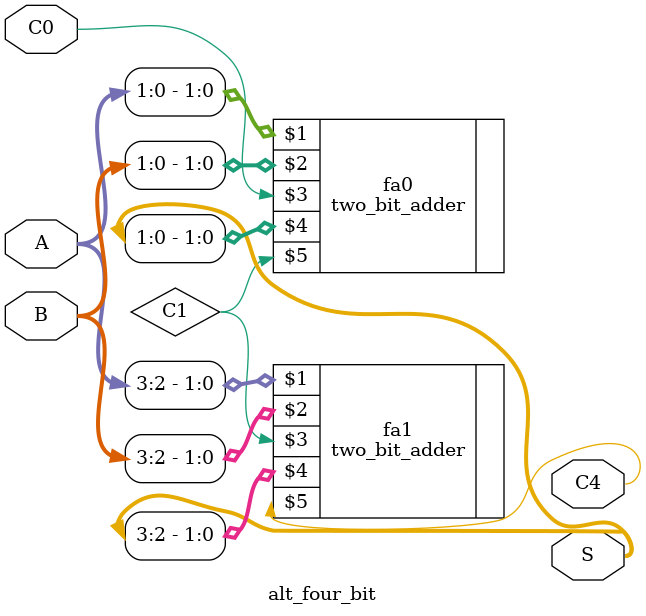
<source format=v>
`timescale 1ns / 1ps


module alt_four_bit(
    input [3:0] A,
    input [3:0] B,
    input C0,
    output [3:0] S,
    output C4
    );
    
    wire C1;
    
    two_bit_adder fa0 (A[1:0], B[1:0], C0, S[1:0], C1);
    two_bit_adder fa1 (A[3:2], B[3:2], C1, S[3:2], C4);
    
    
endmodule

</source>
